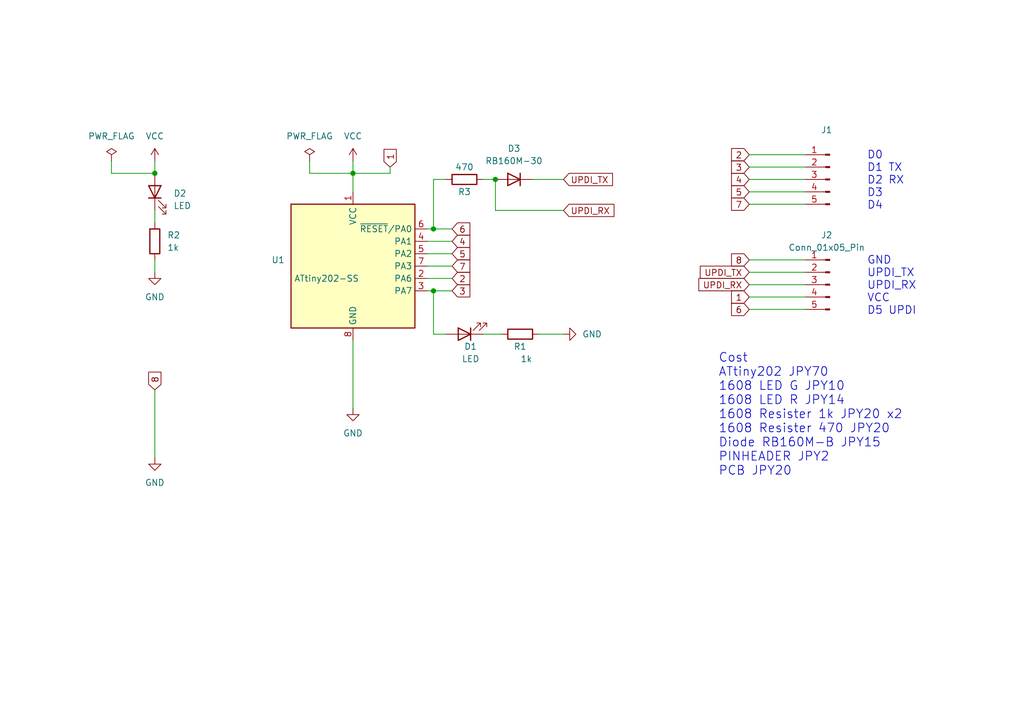
<source format=kicad_sch>
(kicad_sch (version 20230121) (generator eeschema)
  (paper "A5")
  (title_block (title "TinyPico") (date "2024-07-16") (rev "1"))
  (lib_symbols
    (symbol "Connector:Conn_01x05_Pin" (pin_names (offset 1.016) hide)
      (property "Reference" "J" (at 0 7.62 0))
      (property "Value" "Conn_01x05_Pin" (at 0 -7.62 0))
      (symbol "Conn_01x05_Pin_1_1"
        (polyline (pts (xy 1.27 -5.08) (xy 0.8636 -5.08)) (stroke (width 0.1524)))
        (polyline (pts (xy 1.27 -2.54) (xy 0.8636 -2.54)) (stroke (width 0.1524)))
        (polyline (pts (xy 1.27 0) (xy 0.8636 0)) (stroke (width 0.1524)))
        (polyline (pts (xy 1.27 2.54) (xy 0.8636 2.54)) (stroke (width 0.1524)))
        (polyline (pts (xy 1.27 5.08) (xy 0.8636 5.08)) (stroke (width 0.1524)))
        (rectangle (start 0.8636 -4.953) (end 0 -5.207) (stroke (width 0.1524)) (fill (type outline)))
        (rectangle (start 0.8636 -2.413) (end 0 -2.667) (stroke (width 0.1524)) (fill (type outline)))
        (rectangle (start 0.8636 0.127) (end 0 -0.127) (stroke (width 0.1524)) (fill (type outline)))
        (rectangle (start 0.8636 2.667) (end 0 2.413) (stroke (width 0.1524)) (fill (type outline)))
        (rectangle (start 0.8636 5.207) (end 0 4.953) (stroke (width 0.1524)) (fill (type outline)))
        (pin passive line (at 5.08 5.08 180) (length 3.81) (name "Pin_1") (number "1"))
        (pin passive line (at 5.08 2.54 180) (length 3.81) (name "Pin_2") (number "2"))
        (pin passive line (at 5.08 0 180) (length 3.81) (name "Pin_3") (number "3"))
        (pin passive line (at 5.08 -2.54 180) (length 3.81) (name "Pin_4") (number "4"))
        (pin passive line (at 5.08 -5.08 180) (length 3.81) (name "Pin_5") (number "5"))
      )
    )
    (symbol "Device:LED" (pin_numbers hide) (pin_names (offset 1.016) hide)
      (property "Reference" "D" (at 0 2.54 0))
      (property "Value" "LED" (at 0 -2.54 0))
      (symbol "LED_0_1"
        (polyline (pts (xy -1.27 -1.27) (xy -1.27 1.27)) (stroke (width 0.254)))
        (polyline (pts (xy -1.27 0) (xy 1.27 0)))
        (polyline (pts (xy 1.27 -1.27) (xy 1.27 1.27) (xy -1.27 0) (xy 1.27 -1.27)) (stroke (width 0.254)))
        (polyline (pts (xy -3.048 -0.762) (xy -4.572 -2.286) (xy -3.81 -2.286) (xy -4.572 -2.286) (xy -4.572 -1.524)))
        (polyline (pts (xy -1.778 -0.762) (xy -3.302 -2.286) (xy -2.54 -2.286) (xy -3.302 -2.286) (xy -3.302 -1.524)))
      )
      (symbol "LED_1_1"
        (pin passive line (at -3.81 0 0) (length 2.54) (name "K") (number "1"))
        (pin passive line (at 3.81 0 180) (length 2.54) (name "A") (number "2"))
      )
    )
    (symbol "Device:R" (pin_numbers hide) (pin_names (offset 0))
      (property "Reference" "R" (at 2.032 0 90))
      (property "Value" "R" (at 0 0 90))
      (symbol "R_0_1"
        (rectangle (start -1.016 -2.54) (end 1.016 2.54) (stroke (width 0.254)))
      )
      (symbol "R_1_1"
        (pin passive line (at 0 3.81 270) (length 1.27) (name "~") (number "1"))
        (pin passive line (at 0 -3.81 90) (length 1.27) (name "~") (number "2"))
      )
    )
    (symbol "Diode:1N914WT" (pin_numbers hide) (pin_names hide)
      (property "Reference" "D" (at 0 2.54 0))
      (property "Value" "1N914WT" (at 0 -2.54 0))
      (symbol "1N914WT_0_1"
        (polyline (pts (xy -1.27 1.27) (xy -1.27 -1.27)) (stroke (width 0.254)))
        (polyline (pts (xy 1.27 0) (xy -1.27 0)))
        (polyline (pts (xy 1.27 1.27) (xy 1.27 -1.27) (xy -1.27 0) (xy 1.27 1.27)) (stroke (width 0.254)))
      )
      (symbol "1N914WT_1_1"
        (pin passive line (at -3.81 0 0) (length 2.54) (name "K") (number "1"))
        (pin passive line (at 3.81 0 180) (length 2.54) (name "A") (number "2"))
      )
    )
    (symbol "MCU_Microchip_ATtiny:ATtiny202-SS"
      (property "Reference" "U" (at -12.7 13.97 0))
      (property "Value" "ATtiny202-SS" (at 2.54 -13.97 0))
      (symbol "ATtiny202-SS_0_1"
        (rectangle (start -12.7 -12.7) (end 12.7 12.7) (stroke (width 0.254)) (fill (type background)))
      )
      (symbol "ATtiny202-SS_1_1"
        (pin power_in line (at 0 15.24 270) (length 2.54) (name "VCC") (number "1"))
        (pin bidirectional line (at 15.24 -2.54 180) (length 2.54) (name "PA6") (number "2"))
        (pin bidirectional line (at 15.24 -5.08 180) (length 2.54) (name "PA7") (number "3"))
        (pin bidirectional line (at 15.24 5.08 180) (length 2.54) (name "PA1") (number "4"))
        (pin bidirectional line (at 15.24 2.54 180) (length 2.54) (name "PA2") (number "5"))
        (pin bidirectional line (at 15.24 7.62 180) (length 2.54) (name "~{RESET}/PA0") (number "6"))
        (pin bidirectional line (at 15.24 0 180) (length 2.54) (name "PA3") (number "7"))
        (pin power_in line (at 0 -15.24 90) (length 2.54) (name "GND") (number "8"))
      )
    )
    (symbol "power:GND" (power) (pin_names (offset 0))
      (property "Value" "GND" (at 0 -3.81 0))
      (symbol "GND_0_1"
        (polyline (pts (xy 0 0) (xy 0 -1.27) (xy 1.27 -1.27) (xy 0 -2.54) (xy -1.27 -1.27) (xy 0 -1.27)))
      )
      (symbol "GND_1_1"
        (pin power_in line (at 0 0 270) (length 0) hide (name "GND") (number "1"))
      )
    )
    (symbol "power:PWR_FLAG" (power) (pin_numbers hide) (pin_names (offset 0) hide)
      (property "Value" "PWR_FLAG" (at 0 3.81 0))
      (symbol "PWR_FLAG_0_0"
        (pin power_out line (at 0 0 90) (length 0) (name "pwr") (number "1"))
      )
      (symbol "PWR_FLAG_0_1"
        (polyline (pts (xy 0 0) (xy 0 1.27) (xy -1.016 1.905) (xy 0 2.54) (xy 1.016 1.905) (xy 0 1.27)))
      )
    )
    (symbol "power:VCC" (power) (pin_names (offset 0))
      (property "Value" "VCC" (at 0 3.81 0))
      (symbol "VCC_0_1"
        (polyline (pts (xy -0.762 1.27) (xy 0 2.54)))
        (polyline (pts (xy 0 0) (xy 0 2.54)))
        (polyline (pts (xy 0 2.54) (xy 0.762 1.27)))
      )
      (symbol "VCC_1_1"
        (pin power_in line (at 0 0 90) (length 0) hide (name "VCC") (number "1"))
      )
    )
  )
  (junction (at 88.9 59.69))
  (junction (at 101.6 36.83))
  (junction (at 31.75 35.56))
  (junction (at 88.9 46.99))
  (junction (at 72.39 35.56))
  (wire (pts (xy 153.67 39.37) (xy 165.1 39.37)))
  (wire (pts (xy 91.44 36.83) (xy 88.9 36.83)))
  (wire (pts (xy 99.06 68.58) (xy 102.87 68.58)))
  (wire (pts (xy 80.01 35.56) (xy 80.01 34.29)))
  (wire (pts (xy 31.75 33.02) (xy 31.75 35.56)))
  (wire (pts (xy 153.67 55.88) (xy 165.1 55.88)))
  (wire (pts (xy 87.63 59.69) (xy 88.9 59.69)))
  (wire (pts (xy 88.9 46.99) (xy 92.71 46.99)))
  (wire (pts (xy 88.9 36.83) (xy 88.9 46.99)))
  (wire (pts (xy 88.9 68.58) (xy 88.9 59.69)))
  (wire (pts (xy 99.06 36.83) (xy 101.6 36.83)))
  (wire (pts (xy 87.63 46.99) (xy 88.9 46.99)))
  (wire (pts (xy 63.5 35.56) (xy 72.39 35.56)))
  (wire (pts (xy 153.67 63.5) (xy 165.1 63.5)))
  (wire (pts (xy 63.5 33.02) (xy 63.5 35.56)))
  (wire (pts (xy 109.22 36.83) (xy 115.57 36.83)))
  (wire (pts (xy 87.63 52.07) (xy 92.71 52.07)))
  (wire (pts (xy 153.67 58.42) (xy 165.1 58.42)))
  (wire (pts (xy 87.63 57.15) (xy 92.71 57.15)))
  (wire (pts (xy 153.67 41.91) (xy 165.1 41.91)))
  (wire (pts (xy 110.49 68.58) (xy 115.57 68.58)))
  (wire (pts (xy 153.67 31.75) (xy 165.1 31.75)))
  (wire (pts (xy 153.67 60.96) (xy 165.1 60.96)))
  (wire (pts (xy 153.67 53.34) (xy 165.1 53.34)))
  (wire (pts (xy 153.67 36.83) (xy 165.1 36.83)))
  (wire (pts (xy 88.9 68.58) (xy 91.44 68.58)))
  (wire (pts (xy 72.39 35.56) (xy 72.39 39.37)))
  (wire (pts (xy 72.39 35.56) (xy 80.01 35.56)))
  (wire (pts (xy 22.86 35.56) (xy 31.75 35.56)))
  (wire (pts (xy 101.6 36.83) (xy 101.6 43.18)))
  (wire (pts (xy 31.75 80.01) (xy 31.75 93.98)))
  (wire (pts (xy 72.39 33.02) (xy 72.39 35.56)))
  (wire (pts (xy 92.71 59.69) (xy 88.9 59.69)))
  (wire (pts (xy 31.75 43.18) (xy 31.75 45.72)))
  (wire (pts (xy 87.63 54.61) (xy 92.71 54.61)))
  (wire (pts (xy 22.86 33.02) (xy 22.86 35.56)))
  (wire (pts (xy 101.6 43.18) (xy 115.57 43.18)))
  (wire (pts (xy 153.67 34.29) (xy 165.1 34.29)))
  (wire (pts (xy 87.63 49.53) (xy 92.71 49.53)))
  (wire (pts (xy 72.39 69.85) (xy 72.39 83.82)))
  (wire (pts (xy 31.75 53.34) (xy 31.75 55.88)))
  (text "GND\nUPDI_TX\nUPDI_RX\nVCC\nD5 UPDI" (at 177.8 64.77 0) (effects (font (size 1.6 1.6)) (justify left bottom)))
  (text "D0\nD1 TX\nD2 RX\nD3\nD4" (at 177.8 43.18 0) (effects (font (size 1.6 1.6)) (justify left bottom)))
  (text "Cost\nATtiny202 JPY70\n1608 LED G JPY10\n1608 LED R JPY14\n1608 Resister 1k JPY20 x2\n1608 Resister 470 JPY20\nDiode RB160M-B JPY15\nPINHEADER JPY2\nPCB JPY20" (at 147.32 97.79 0) (effects (font (size 1.8 1.8)) (justify left bottom)))
  (global_label "2" (shape input) (at 153.67 31.75 180) (property "Intersheetrefs" "${INTERSHEET_REFS}" (effects hide)))
  (global_label "UPDI_RX" (shape input) (at 115.57 43.18 0) (property "Intersheetrefs" "${INTERSHEET_REFS}" (effects hide)))
  (global_label "2" (shape input) (at 92.71 57.15 0) (property "Intersheetrefs" "${INTERSHEET_REFS}" (effects hide)))
  (global_label "8" (shape input) (at 153.67 53.34 180) (property "Intersheetrefs" "${INTERSHEET_REFS}" (effects hide)))
  (global_label "1" (shape input) (at 153.67 60.96 180) (property "Intersheetrefs" "${INTERSHEET_REFS}" (effects hide)))
  (global_label "UPDI_RX" (shape input) (at 153.67 58.42 180) (property "Intersheetrefs" "${INTERSHEET_REFS}" (effects hide)))
  (global_label "4" (shape input) (at 153.67 36.83 180) (property "Intersheetrefs" "${INTERSHEET_REFS}" (effects hide)))
  (global_label "5" (shape input) (at 92.71 52.07 0) (property "Intersheetrefs" "${INTERSHEET_REFS}" (effects hide)))
  (global_label "4" (shape input) (at 92.71 49.53 0) (property "Intersheetrefs" "${INTERSHEET_REFS}" (effects hide)))
  (global_label "6" (shape input) (at 153.67 63.5 180) (property "Intersheetrefs" "${INTERSHEET_REFS}" (effects hide)))
  (global_label "8" (shape input) (at 31.75 80.01 90) (property "Intersheetrefs" "${INTERSHEET_REFS}" (effects hide)))
  (global_label "3" (shape input) (at 153.67 34.29 180) (property "Intersheetrefs" "${INTERSHEET_REFS}" (effects hide)))
  (global_label "UPDI_TX" (shape input) (at 115.57 36.83 0) (property "Intersheetrefs" "${INTERSHEET_REFS}" (effects hide)))
  (global_label "7" (shape input) (at 153.67 41.91 180) (property "Intersheetrefs" "${INTERSHEET_REFS}" (effects hide)))
  (global_label "7" (shape input) (at 92.71 54.61 0) (property "Intersheetrefs" "${INTERSHEET_REFS}" (effects hide)))
  (global_label "6" (shape input) (at 92.71 46.99 0) (property "Intersheetrefs" "${INTERSHEET_REFS}" (effects hide)))
  (global_label "UPDI_TX" (shape input) (at 153.67 55.88 180) (property "Intersheetrefs" "${INTERSHEET_REFS}" (effects hide)))
  (global_label "5" (shape input) (at 153.67 39.37 180) (property "Intersheetrefs" "${INTERSHEET_REFS}" (effects hide)))
  (global_label "3" (shape input) (at 92.71 59.69 0) (property "Intersheetrefs" "${INTERSHEET_REFS}" (effects hide)))
  (global_label "1" (shape input) (at 80.01 34.29 90) (property "Intersheetrefs" "${INTERSHEET_REFS}" (effects hide)))
  (symbol (lib_id "Device:R") (at 106.68 68.58 90) (unit 1)
    (property "Reference" "R1" (at 106.68 71.12 90))
    (property "Value" "1k" (at 107.95 73.66 90))
    (property "Footprint" "Resistor_SMD:R_0603_1608Metric" (effects hide))
  )
  (symbol (lib_id "Device:R") (at 95.25 36.83 90) (unit 1)
    (property "Reference" "R3" (at 95.25 39.37 90))
    (property "Value" "470" (at 95.25 34.29 90))
    (property "Footprint" "Resistor_SMD:R_0603_1608Metric" (effects hide))
  )
  (symbol (lib_id "power:GND") (at 115.57 68.58 90) (unit 1)
    (property "Reference" "#PWR03" (effects hide))
    (property "Value" "GND" (at 119.38 68.58 90) (effects (justify right)))
  )
  (symbol (lib_id "power:GND") (at 31.75 55.88 0) (unit 1)
    (property "Reference" "#PWR02" (effects hide))
    (property "Value" "GND" (at 31.75 60.96 0))
  )
  (symbol (lib_id "power:PWR_FLAG") (at 63.5 33.02 0) (unit 1)
    (property "Reference" "#FLG01" (effects hide))
    (property "Value" "PWR_FLAG" (at 63.5 27.94 0))
  )
  (symbol (lib_id "Device:LED") (at 31.75 39.37 90) (unit 1)
    (property "Reference" "D2" (at 35.56 39.6875 90) (effects (justify right)))
    (property "Value" "LED" (at 35.56 42.2275 90) (effects (justify right)))
    (property "Footprint" "Diode_SMD:D_0603_1608Metric" (effects hide))
  )
  (symbol (lib_id "Connector:Conn_01x05_Pin") (at 170.18 36.83 0) (mirror y) (unit 1)
    (property "Reference" "J1" (at 169.545 26.67 0))
    (property "Value" "Conn_01x05_Pin" (effects hide))
    (property "Footprint" "Connector_PinHeader_2.54mm:PinHeader_1x05_P2.54mm_Vertical" (effects hide))
  )
  (symbol (lib_id "power:GND") (at 31.75 93.98 0) (unit 1)
    (property "Reference" "#PWR06" (effects hide))
    (property "Value" "GND" (at 31.75 99.06 0))
  )
  (symbol (lib_id "power:VCC") (at 31.75 33.02 0) (unit 1)
    (property "Reference" "#PWR05" (effects hide))
    (property "Value" "VCC" (at 31.75 27.94 0))
  )
  (symbol (lib_id "Diode:1N914WT") (at 105.41 36.83 0) (mirror y) (unit 1)
    (property "Reference" "D3" (at 105.41 30.48 0))
    (property "Value" "RB160M-30" (at 105.41 33.02 0))
    (property "Footprint" "Diode_SMD:D_1206_3216Metric" (effects hide))
    (property "Datasheet" "http://www.mouser.com/ds/2/149/1N4148WT-461550.pdf" (effects hide))
    (property "Sim.Device" "D" (effects hide))
    (property "Sim.Pins" "1=K 2=A" (effects hide))
  )
  (symbol (lib_id "Device:LED") (at 95.25 68.58 180) (unit 1)
    (property "Reference" "D1" (at 96.52 71.12 0))
    (property "Value" "LED" (at 96.52 73.66 0))
    (property "Footprint" "Diode_SMD:D_0603_1608Metric" (effects hide))
  )
  (symbol (lib_id "power:VCC") (at 72.39 33.02 0) (unit 1)
    (property "Reference" "#PWR04" (effects hide))
    (property "Value" "VCC" (at 72.39 27.94 0))
  )
  (symbol (lib_id "Connector:Conn_01x05_Pin") (at 170.18 58.42 0) (mirror y) (unit 1)
    (property "Reference" "J2" (at 169.545 48.26 0))
    (property "Value" "Conn_01x05_Pin" (at 169.545 50.8 0))
    (property "Footprint" "Connector_PinHeader_2.54mm:PinHeader_1x05_P2.54mm_Vertical" (effects hide))
  )
  (symbol (lib_id "power:PWR_FLAG") (at 22.86 33.02 0) (unit 1)
    (property "Reference" "#FLG02" (effects hide))
    (property "Value" "PWR_FLAG" (at 22.86 27.94 0))
  )
  (symbol (lib_id "MCU_Microchip_ATtiny:ATtiny202-SS") (at 72.39 54.61 0) (unit 1)
    (property "Reference" "U1" (at 58.42 53.34 0) (effects (justify right)))
    (property "Value" "ATtiny202-SS" (at 73.66 57.15 0) (effects (justify right)))
    (property "Footprint" "Package_SO:SOIC-8_3.9x4.9mm_P1.27mm" (effects hide))
    (property "Datasheet" "http://ww1.microchip.com/downloads/en/DeviceDoc/ATtiny202-402-AVR-MCU-with-Core-Independent-Peripherals_and-picoPower-40001969A.pdf" (effects hide))
  )
  (symbol (lib_id "power:GND") (at 72.39 83.82 0) (unit 1)
    (property "Reference" "#PWR01" (effects hide))
    (property "Value" "GND" (at 72.39 88.9 0))
  )
  (symbol (lib_id "Device:R") (at 31.75 49.53 0) (unit 1)
    (property "Reference" "R2" (at 34.29 48.26 0) (effects (justify left)))
    (property "Value" "1k" (at 34.29 50.8 0) (effects (justify left)))
    (property "Footprint" "Resistor_SMD:R_0603_1608Metric" (effects hide))
  )
)
</source>
